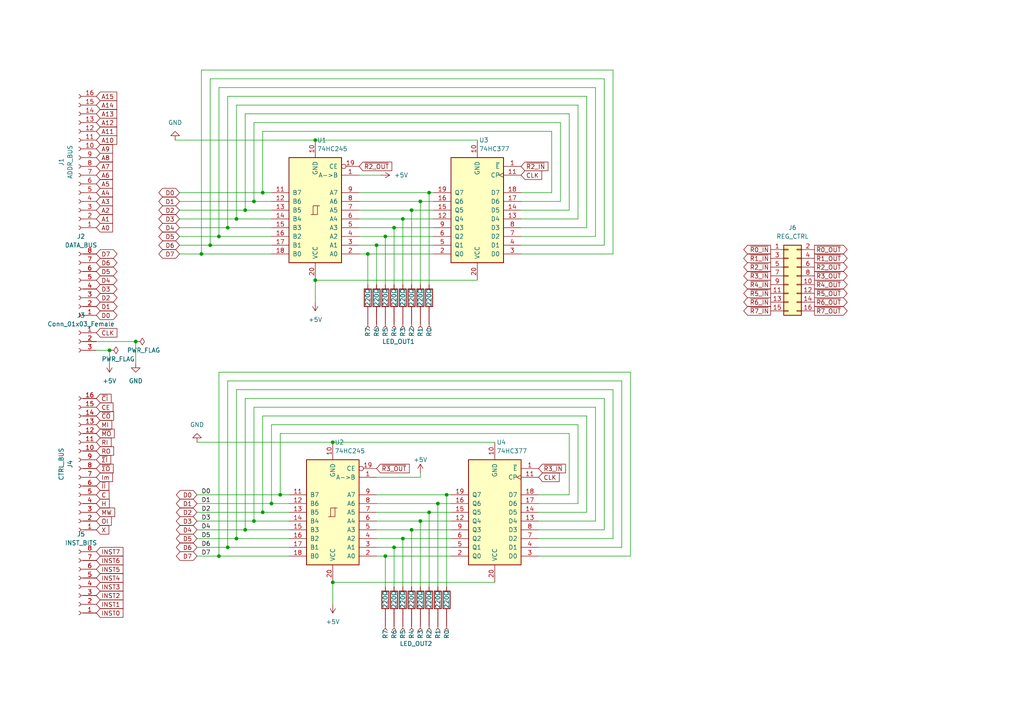
<source format=kicad_sch>
(kicad_sch (version 20211123) (generator eeschema)
  (paper "A4")
  (lib_symbols
    (symbol "74xx:74HC245" (pin_names (offset 1.016))
      (property "Reference" "U" (at -7.62 16.51 0))
      (property "Value" "74HC245" (at -7.62 -16.51 0))
      (symbol "74HC245_1_0"
        (polyline (pts (xy -0.635 -1.27) (xy -0.635 1.27) (xy 0.635 1.27)))
        (polyline (pts (xy -1.27 -1.27) (xy 0.635 -1.27) (xy 0.635 1.27) (xy 1.27 1.27)))
        (pin input line (at -12.7 -10.16 0) (length 5.08) (name "A->B") (number "1"))
        (pin power_in line (at 0 -20.32 90) (length 5.08) (name "GND") (number "10"))
        (pin tri_state line (at 12.7 -5.08 180) (length 5.08) (name "B7") (number "11"))
        (pin tri_state line (at 12.7 -2.54 180) (length 5.08) (name "B6") (number "12"))
        (pin tri_state line (at 12.7 0 180) (length 5.08) (name "B5") (number "13"))
        (pin tri_state line (at 12.7 2.54 180) (length 5.08) (name "B4") (number "14"))
        (pin tri_state line (at 12.7 5.08 180) (length 5.08) (name "B3") (number "15"))
        (pin tri_state line (at 12.7 7.62 180) (length 5.08) (name "B2") (number "16"))
        (pin tri_state line (at 12.7 10.16 180) (length 5.08) (name "B1") (number "17"))
        (pin tri_state line (at 12.7 12.7 180) (length 5.08) (name "B0") (number "18"))
        (pin input inverted (at -12.7 -12.7 0) (length 5.08) (name "CE") (number "19"))
        (pin tri_state line (at -12.7 12.7 0) (length 5.08) (name "A0") (number "2"))
        (pin power_in line (at 0 20.32 270) (length 5.08) (name "VCC") (number "20"))
        (pin tri_state line (at -12.7 10.16 0) (length 5.08) (name "A1") (number "3"))
        (pin tri_state line (at -12.7 7.62 0) (length 5.08) (name "A2") (number "4"))
        (pin tri_state line (at -12.7 5.08 0) (length 5.08) (name "A3") (number "5"))
        (pin tri_state line (at -12.7 2.54 0) (length 5.08) (name "A4") (number "6"))
        (pin tri_state line (at -12.7 0 0) (length 5.08) (name "A5") (number "7"))
        (pin tri_state line (at -12.7 -2.54 0) (length 5.08) (name "A6") (number "8"))
        (pin tri_state line (at -12.7 -5.08 0) (length 5.08) (name "A7") (number "9"))
      )
      (symbol "74HC245_1_1"
        (rectangle (start -7.62 15.24) (end 7.62 -15.24) (stroke (width 0.254)) (fill (type background)))
      )
    )
    (symbol "74xx:74HC377" (pin_names (offset 1.016))
      (property "Reference" "U" (at -7.62 16.51 0))
      (property "Value" "74HC377" (at -7.62 -16.51 0))
      (symbol "74HC377_1_0"
        (pin input line (at -12.7 -12.7 0) (length 5.08) (name "~{E}") (number "1"))
        (pin power_in line (at 0 -20.32 90) (length 5.08) (name "GND") (number "10"))
        (pin input clock (at -12.7 -10.16 0) (length 5.08) (name "CP") (number "11"))
        (pin output line (at 12.7 2.54 180) (length 5.08) (name "Q4") (number "12"))
        (pin input line (at -12.7 2.54 0) (length 5.08) (name "D4") (number "13"))
        (pin input line (at -12.7 0 0) (length 5.08) (name "D5") (number "14"))
        (pin output line (at 12.7 0 180) (length 5.08) (name "Q5") (number "15"))
        (pin output line (at 12.7 -2.54 180) (length 5.08) (name "Q6") (number "16"))
        (pin input line (at -12.7 -2.54 0) (length 5.08) (name "D6") (number "17"))
        (pin input line (at -12.7 -5.08 0) (length 5.08) (name "D7") (number "18"))
        (pin output line (at 12.7 -5.08 180) (length 5.08) (name "Q7") (number "19"))
        (pin output line (at 12.7 12.7 180) (length 5.08) (name "Q0") (number "2"))
        (pin power_in line (at 0 20.32 270) (length 5.08) (name "VCC") (number "20"))
        (pin input line (at -12.7 12.7 0) (length 5.08) (name "D0") (number "3"))
        (pin input line (at -12.7 10.16 0) (length 5.08) (name "D1") (number "4"))
        (pin output line (at 12.7 10.16 180) (length 5.08) (name "Q1") (number "5"))
        (pin output line (at 12.7 7.62 180) (length 5.08) (name "Q2") (number "6"))
        (pin input line (at -12.7 7.62 0) (length 5.08) (name "D2") (number "7"))
        (pin input line (at -12.7 5.08 0) (length 5.08) (name "D3") (number "8"))
        (pin output line (at 12.7 5.08 180) (length 5.08) (name "Q3") (number "9"))
      )
      (symbol "74HC377_1_1"
        (rectangle (start -7.62 15.24) (end 7.62 -15.24) (stroke (width 0.254)) (fill (type background)))
      )
    )
    (symbol "Conn_01x08_Female_1" (pin_numbers hide) (pin_names (offset 1.016))
      (property "Reference" "J3" (at 0 -5.08 90))
      (property "Value" "Conn_01x08_Female" (at -1.27 -16.51 0))
      (symbol "Conn_01x08_Female_1_1_1"
        (arc (start 0 -9.652) (mid -0.508 -10.16) (end 0 -10.668) (stroke (width 0.1524)))
        (arc (start 0 -7.112) (mid -0.508 -7.62) (end 0 -8.128) (stroke (width 0.1524)))
        (arc (start 0 -4.572) (mid -0.508 -5.08) (end 0 -5.588) (stroke (width 0.1524)))
        (arc (start 0 -2.032) (mid -0.508 -2.54) (end 0 -3.048) (stroke (width 0.1524)))
        (polyline (pts (xy -1.27 -10.16) (xy -0.508 -10.16)) (stroke (width 0.1524)))
        (polyline (pts (xy -1.27 -7.62) (xy -0.508 -7.62)) (stroke (width 0.1524)))
        (polyline (pts (xy -1.27 -5.08) (xy -0.508 -5.08)) (stroke (width 0.1524)))
        (polyline (pts (xy -1.27 -2.54) (xy -0.508 -2.54)) (stroke (width 0.1524)))
        (polyline (pts (xy -1.27 0) (xy -0.508 0)) (stroke (width 0.1524)))
        (polyline (pts (xy -1.27 2.54) (xy -0.508 2.54)) (stroke (width 0.1524)))
        (polyline (pts (xy -1.27 5.08) (xy -0.508 5.08)) (stroke (width 0.1524)))
        (polyline (pts (xy -1.27 7.62) (xy -0.508 7.62)) (stroke (width 0.1524)))
        (arc (start 0 0.508) (mid -0.508 0) (end 0 -0.508) (stroke (width 0.1524)))
        (arc (start 0 3.048) (mid -0.508 2.54) (end 0 2.032) (stroke (width 0.1524)))
        (arc (start 0 5.588) (mid -0.508 5.08) (end 0 4.572) (stroke (width 0.1524)))
        (arc (start 0 8.128) (mid -0.508 7.62) (end 0 7.112) (stroke (width 0.1524)))
        (pin passive line (at -5.08 7.62 0) (length 3.81) (name "R0") (number "1"))
        (pin passive line (at -5.08 5.08 0) (length 3.81) (name "R1") (number "2"))
        (pin passive line (at -5.08 2.54 0) (length 3.81) (name "R2") (number "3"))
        (pin passive line (at -5.08 0 0) (length 3.81) (name "R3") (number "4"))
        (pin passive line (at -5.08 -2.54 0) (length 3.81) (name "R4") (number "5"))
        (pin passive line (at -5.08 -5.08 0) (length 3.81) (name "R5") (number "6"))
        (pin passive line (at -5.08 -7.62 0) (length 3.81) (name "R6") (number "7"))
        (pin passive line (at -5.08 -10.16 0) (length 3.81) (name "R7") (number "8"))
      )
    )
    (symbol "Connector:Conn_01x03_Female" (pin_names (offset 1.016) hide)
      (property "Reference" "J" (at 0 5.08 0))
      (property "Value" "Conn_01x03_Female" (at 0 -5.08 0))
      (symbol "Conn_01x03_Female_1_1"
        (arc (start 0 -2.032) (mid -0.508 -2.54) (end 0 -3.048) (stroke (width 0.1524)))
        (polyline (pts (xy -1.27 -2.54) (xy -0.508 -2.54)) (stroke (width 0.1524)))
        (polyline (pts (xy -1.27 0) (xy -0.508 0)) (stroke (width 0.1524)))
        (polyline (pts (xy -1.27 2.54) (xy -0.508 2.54)) (stroke (width 0.1524)))
        (arc (start 0 0.508) (mid -0.508 0) (end 0 -0.508) (stroke (width 0.1524)))
        (arc (start 0 3.048) (mid -0.508 2.54) (end 0 2.032) (stroke (width 0.1524)))
        (pin passive line (at -5.08 2.54 0) (length 3.81) (name "Pin_1") (number "1"))
        (pin passive line (at -5.08 0 0) (length 3.81) (name "Pin_2") (number "2"))
        (pin passive line (at -5.08 -2.54 0) (length 3.81) (name "Pin_3") (number "3"))
      )
    )
    (symbol "Connector:Conn_01x08_Female" (pin_names (offset 1.016) hide)
      (property "Reference" "J" (at 0 10.16 0))
      (property "Value" "Conn_01x08_Female" (at 0 -12.7 0))
      (symbol "Conn_01x08_Female_1_1"
        (arc (start 0 -9.652) (mid -0.508 -10.16) (end 0 -10.668) (stroke (width 0.1524)))
        (arc (start 0 -7.112) (mid -0.508 -7.62) (end 0 -8.128) (stroke (width 0.1524)))
        (arc (start 0 -4.572) (mid -0.508 -5.08) (end 0 -5.588) (stroke (width 0.1524)))
        (arc (start 0 -2.032) (mid -0.508 -2.54) (end 0 -3.048) (stroke (width 0.1524)))
        (polyline (pts (xy -1.27 -10.16) (xy -0.508 -10.16)) (stroke (width 0.1524)))
        (polyline (pts (xy -1.27 -7.62) (xy -0.508 -7.62)) (stroke (width 0.1524)))
        (polyline (pts (xy -1.27 -5.08) (xy -0.508 -5.08)) (stroke (width 0.1524)))
        (polyline (pts (xy -1.27 -2.54) (xy -0.508 -2.54)) (stroke (width 0.1524)))
        (polyline (pts (xy -1.27 0) (xy -0.508 0)) (stroke (width 0.1524)))
        (polyline (pts (xy -1.27 2.54) (xy -0.508 2.54)) (stroke (width 0.1524)))
        (polyline (pts (xy -1.27 5.08) (xy -0.508 5.08)) (stroke (width 0.1524)))
        (polyline (pts (xy -1.27 7.62) (xy -0.508 7.62)) (stroke (width 0.1524)))
        (arc (start 0 0.508) (mid -0.508 0) (end 0 -0.508) (stroke (width 0.1524)))
        (arc (start 0 3.048) (mid -0.508 2.54) (end 0 2.032) (stroke (width 0.1524)))
        (arc (start 0 5.588) (mid -0.508 5.08) (end 0 4.572) (stroke (width 0.1524)))
        (arc (start 0 8.128) (mid -0.508 7.62) (end 0 7.112) (stroke (width 0.1524)))
        (pin passive line (at -5.08 7.62 0) (length 3.81) (name "Pin_1") (number "1"))
        (pin passive line (at -5.08 5.08 0) (length 3.81) (name "Pin_2") (number "2"))
        (pin passive line (at -5.08 2.54 0) (length 3.81) (name "Pin_3") (number "3"))
        (pin passive line (at -5.08 0 0) (length 3.81) (name "Pin_4") (number "4"))
        (pin passive line (at -5.08 -2.54 0) (length 3.81) (name "Pin_5") (number "5"))
        (pin passive line (at -5.08 -5.08 0) (length 3.81) (name "Pin_6") (number "6"))
        (pin passive line (at -5.08 -7.62 0) (length 3.81) (name "Pin_7") (number "7"))
        (pin passive line (at -5.08 -10.16 0) (length 3.81) (name "Pin_8") (number "8"))
      )
    )
    (symbol "Connector:Conn_01x16_Female" (pin_names (offset 1.016) hide)
      (property "Reference" "J" (at 0 20.32 0))
      (property "Value" "Conn_01x16_Female" (at 0 -22.86 0))
      (symbol "Conn_01x16_Female_1_1"
        (arc (start 0 -19.812) (mid -0.508 -20.32) (end 0 -20.828) (stroke (width 0.1524)))
        (arc (start 0 -17.272) (mid -0.508 -17.78) (end 0 -18.288) (stroke (width 0.1524)))
        (arc (start 0 -14.732) (mid -0.508 -15.24) (end 0 -15.748) (stroke (width 0.1524)))
        (arc (start 0 -12.192) (mid -0.508 -12.7) (end 0 -13.208) (stroke (width 0.1524)))
        (arc (start 0 -9.652) (mid -0.508 -10.16) (end 0 -10.668) (stroke (width 0.1524)))
        (arc (start 0 -7.112) (mid -0.508 -7.62) (end 0 -8.128) (stroke (width 0.1524)))
        (arc (start 0 -4.572) (mid -0.508 -5.08) (end 0 -5.588) (stroke (width 0.1524)))
        (arc (start 0 -2.032) (mid -0.508 -2.54) (end 0 -3.048) (stroke (width 0.1524)))
        (polyline (pts (xy -1.27 -20.32) (xy -0.508 -20.32)) (stroke (width 0.1524)))
        (polyline (pts (xy -1.27 -17.78) (xy -0.508 -17.78)) (stroke (width 0.1524)))
        (polyline (pts (xy -1.27 -15.24) (xy -0.508 -15.24)) (stroke (width 0.1524)))
        (polyline (pts (xy -1.27 -12.7) (xy -0.508 -12.7)) (stroke (width 0.1524)))
        (polyline (pts (xy -1.27 -10.16) (xy -0.508 -10.16)) (stroke (width 0.1524)))
        (polyline (pts (xy -1.27 -7.62) (xy -0.508 -7.62)) (stroke (width 0.1524)))
        (polyline (pts (xy -1.27 -5.08) (xy -0.508 -5.08)) (stroke (width 0.1524)))
        (polyline (pts (xy -1.27 -2.54) (xy -0.508 -2.54)) (stroke (width 0.1524)))
        (polyline (pts (xy -1.27 0) (xy -0.508 0)) (stroke (width 0.1524)))
        (polyline (pts (xy -1.27 2.54) (xy -0.508 2.54)) (stroke (width 0.1524)))
        (polyline (pts (xy -1.27 5.08) (xy -0.508 5.08)) (stroke (width 0.1524)))
        (polyline (pts (xy -1.27 7.62) (xy -0.508 7.62)) (stroke (width 0.1524)))
        (polyline (pts (xy -1.27 10.16) (xy -0.508 10.16)) (stroke (width 0.1524)))
        (polyline (pts (xy -1.27 12.7) (xy -0.508 12.7)) (stroke (width 0.1524)))
        (polyline (pts (xy -1.27 15.24) (xy -0.508 15.24)) (stroke (width 0.1524)))
        (polyline (pts (xy -1.27 17.78) (xy -0.508 17.78)) (stroke (width 0.1524)))
        (arc (start 0 0.508) (mid -0.508 0) (end 0 -0.508) (stroke (width 0.1524)))
        (arc (start 0 3.048) (mid -0.508 2.54) (end 0 2.032) (stroke (width 0.1524)))
        (arc (start 0 5.588) (mid -0.508 5.08) (end 0 4.572) (stroke (width 0.1524)))
        (arc (start 0 8.128) (mid -0.508 7.62) (end 0 7.112) (stroke (width 0.1524)))
        (arc (start 0 10.668) (mid -0.508 10.16) (end 0 9.652) (stroke (width 0.1524)))
        (arc (start 0 13.208) (mid -0.508 12.7) (end 0 12.192) (stroke (width 0.1524)))
        (arc (start 0 15.748) (mid -0.508 15.24) (end 0 14.732) (stroke (width 0.1524)))
        (arc (start 0 18.288) (mid -0.508 17.78) (end 0 17.272) (stroke (width 0.1524)))
        (pin passive line (at -5.08 17.78 0) (length 3.81) (name "Pin_1") (number "1"))
        (pin passive line (at -5.08 -5.08 0) (length 3.81) (name "Pin_10") (number "10"))
        (pin passive line (at -5.08 -7.62 0) (length 3.81) (name "Pin_11") (number "11"))
        (pin passive line (at -5.08 -10.16 0) (length 3.81) (name "Pin_12") (number "12"))
        (pin passive line (at -5.08 -12.7 0) (length 3.81) (name "Pin_13") (number "13"))
        (pin passive line (at -5.08 -15.24 0) (length 3.81) (name "Pin_14") (number "14"))
        (pin passive line (at -5.08 -17.78 0) (length 3.81) (name "Pin_15") (number "15"))
        (pin passive line (at -5.08 -20.32 0) (length 3.81) (name "Pin_16") (number "16"))
        (pin passive line (at -5.08 15.24 0) (length 3.81) (name "Pin_2") (number "2"))
        (pin passive line (at -5.08 12.7 0) (length 3.81) (name "Pin_3") (number "3"))
        (pin passive line (at -5.08 10.16 0) (length 3.81) (name "Pin_4") (number "4"))
        (pin passive line (at -5.08 7.62 0) (length 3.81) (name "Pin_5") (number "5"))
        (pin passive line (at -5.08 5.08 0) (length 3.81) (name "Pin_6") (number "6"))
        (pin passive line (at -5.08 2.54 0) (length 3.81) (name "Pin_7") (number "7"))
        (pin passive line (at -5.08 0 0) (length 3.81) (name "Pin_8") (number "8"))
        (pin passive line (at -5.08 -2.54 0) (length 3.81) (name "Pin_9") (number "9"))
      )
    )
    (symbol "Connector_Generic:Conn_02x08_Odd_Even" (pin_names (offset 1.016) hide)
      (property "Reference" "J" (at 1.27 10.16 0))
      (property "Value" "Conn_02x08_Odd_Even" (at 1.27 -12.7 0))
      (symbol "Conn_02x08_Odd_Even_1_1"
        (rectangle (start -1.27 -10.033) (end 0 -10.287) (stroke (width 0.1524)))
        (rectangle (start -1.27 -7.493) (end 0 -7.747) (stroke (width 0.1524)))
        (rectangle (start -1.27 -4.953) (end 0 -5.207) (stroke (width 0.1524)))
        (rectangle (start -1.27 -2.413) (end 0 -2.667) (stroke (width 0.1524)))
        (rectangle (start -1.27 0.127) (end 0 -0.127) (stroke (width 0.1524)))
        (rectangle (start -1.27 2.667) (end 0 2.413) (stroke (width 0.1524)))
        (rectangle (start -1.27 5.207) (end 0 4.953) (stroke (width 0.1524)))
        (rectangle (start -1.27 7.747) (end 0 7.493) (stroke (width 0.1524)))
        (rectangle (start -1.27 8.89) (end 3.81 -11.43) (stroke (width 0.254)) (fill (type background)))
        (rectangle (start 3.81 -10.033) (end 2.54 -10.287) (stroke (width 0.1524)))
        (rectangle (start 3.81 -7.493) (end 2.54 -7.747) (stroke (width 0.1524)))
        (rectangle (start 3.81 -4.953) (end 2.54 -5.207) (stroke (width 0.1524)))
        (rectangle (start 3.81 -2.413) (end 2.54 -2.667) (stroke (width 0.1524)))
        (rectangle (start 3.81 0.127) (end 2.54 -0.127) (stroke (width 0.1524)))
        (rectangle (start 3.81 2.667) (end 2.54 2.413) (stroke (width 0.1524)))
        (rectangle (start 3.81 5.207) (end 2.54 4.953) (stroke (width 0.1524)))
        (rectangle (start 3.81 7.747) (end 2.54 7.493) (stroke (width 0.1524)))
        (pin passive line (at -5.08 7.62 0) (length 3.81) (name "Pin_1") (number "1"))
        (pin passive line (at 7.62 -2.54 180) (length 3.81) (name "Pin_10") (number "10"))
        (pin passive line (at -5.08 -5.08 0) (length 3.81) (name "Pin_11") (number "11"))
        (pin passive line (at 7.62 -5.08 180) (length 3.81) (name "Pin_12") (number "12"))
        (pin passive line (at -5.08 -7.62 0) (length 3.81) (name "Pin_13") (number "13"))
        (pin passive line (at 7.62 -7.62 180) (length 3.81) (name "Pin_14") (number "14"))
        (pin passive line (at -5.08 -10.16 0) (length 3.81) (name "Pin_15") (number "15"))
        (pin passive line (at 7.62 -10.16 180) (length 3.81) (name "Pin_16") (number "16"))
        (pin passive line (at 7.62 7.62 180) (length 3.81) (name "Pin_2") (number "2"))
        (pin passive line (at -5.08 5.08 0) (length 3.81) (name "Pin_3") (number "3"))
        (pin passive line (at 7.62 5.08 180) (length 3.81) (name "Pin_4") (number "4"))
        (pin passive line (at -5.08 2.54 0) (length 3.81) (name "Pin_5") (number "5"))
        (pin passive line (at 7.62 2.54 180) (length 3.81) (name "Pin_6") (number "6"))
        (pin passive line (at -5.08 0 0) (length 3.81) (name "Pin_7") (number "7"))
        (pin passive line (at 7.62 0 180) (length 3.81) (name "Pin_8") (number "8"))
        (pin passive line (at -5.08 -2.54 0) (length 3.81) (name "Pin_9") (number "9"))
      )
    )
    (symbol "Device:R" (pin_numbers hide) (pin_names (offset 0))
      (property "Reference" "R" (at 2.032 0 90))
      (property "Value" "R" (at 0 0 90))
      (symbol "R_0_1"
        (rectangle (start -1.016 -2.54) (end 1.016 2.54) (stroke (width 0.254)))
      )
      (symbol "R_1_1"
        (pin passive line (at 0 3.81 270) (length 1.27) (name "~") (number "1"))
        (pin passive line (at 0 -3.81 90) (length 1.27) (name "~") (number "2"))
      )
    )
    (symbol "power:+5V" (power) (pin_names (offset 0))
      (property "Value" "+5V" (at 0 3.556 0))
      (symbol "+5V_0_1"
        (polyline (pts (xy -0.762 1.27) (xy 0 2.54)))
        (polyline (pts (xy 0 0) (xy 0 2.54)))
        (polyline (pts (xy 0 2.54) (xy 0.762 1.27)))
      )
      (symbol "+5V_1_1"
        (pin power_in line (at 0 0 90) (length 0) hide (name "+5V") (number "1"))
      )
    )
    (symbol "power:GND" (power) (pin_names (offset 0))
      (property "Value" "GND" (at 0 -3.81 0))
      (symbol "GND_0_1"
        (polyline (pts (xy 0 0) (xy 0 -1.27) (xy 1.27 -1.27) (xy 0 -2.54) (xy -1.27 -1.27) (xy 0 -1.27)))
      )
      (symbol "GND_1_1"
        (pin power_in line (at 0 0 270) (length 0) hide (name "GND") (number "1"))
      )
    )
    (symbol "power:PWR_FLAG" (power) (pin_numbers hide) (pin_names (offset 0) hide)
      (property "Value" "PWR_FLAG" (at 0 3.81 0))
      (symbol "PWR_FLAG_0_0"
        (pin power_out line (at 0 0 90) (length 0) (name "pwr") (number "1"))
      )
      (symbol "PWR_FLAG_0_1"
        (polyline (pts (xy 0 0) (xy 0 1.27) (xy -1.016 1.905) (xy 0 2.54) (xy 1.016 1.905) (xy 0 1.27)))
      )
    )
  )
  (junction (at 129.54 143.51))
  (junction (at 60.96 71.12))
  (junction (at 111.76 68.58))
  (junction (at 73.66 58.42))
  (junction (at 63.5 161.29))
  (junction (at 71.12 153.67))
  (junction (at 63.5 68.58))
  (junction (at 76.2 148.59))
  (junction (at 114.3 66.04))
  (junction (at 66.04 66.04))
  (junction (at 39.37 99.06))
  (junction (at 106.68 73.66))
  (junction (at 116.84 156.21))
  (junction (at 76.2 55.88))
  (junction (at 31.75 101.6))
  (junction (at 111.76 161.29))
  (junction (at 78.74 146.05))
  (junction (at 96.52 168.91))
  (junction (at 109.22 71.12))
  (junction (at 121.92 58.42))
  (junction (at 114.3 158.75))
  (junction (at 58.42 73.66))
  (junction (at 68.58 156.21))
  (junction (at 81.28 143.51))
  (junction (at 91.44 40.64))
  (junction (at 124.46 55.88))
  (junction (at 73.66 151.13))
  (junction (at 68.58 63.5))
  (junction (at 116.84 63.5))
  (junction (at 124.46 148.59))
  (junction (at 96.52 128.27))
  (junction (at 119.38 60.96))
  (junction (at 71.12 60.96))
  (junction (at 91.44 81.28))
  (junction (at 121.92 151.13))
  (junction (at 119.38 153.67))
  (junction (at 66.04 158.75))
  (junction (at 127 146.05))
  (wire (pts (xy 71.12 60.96) (xy 78.74 60.96)))
  (wire (pts (xy 109.22 71.12) (xy 125.73 71.12)))
  (wire (pts (xy 124.46 55.88) (xy 125.73 55.88)))
  (wire (pts (xy 109.22 143.51) (xy 129.54 143.51)))
  (wire (pts (xy 177.8 20.32) (xy 177.8 73.66)))
  (wire (pts (xy 63.5 68.58) (xy 63.5 25.4)))
  (wire (pts (xy 96.52 128.27) (xy 143.51 128.27)))
  (wire (pts (xy 170.18 148.59) (xy 156.21 148.59)))
  (wire (pts (xy 71.12 115.57) (xy 175.26 115.57)))
  (wire (pts (xy 76.2 148.59) (xy 83.82 148.59)))
  (wire (pts (xy 119.38 153.67) (xy 119.38 170.18)))
  (wire (pts (xy 91.44 40.64) (xy 138.43 40.64)))
  (wire (pts (xy 167.64 30.48) (xy 167.64 63.5)))
  (wire (pts (xy 116.84 156.21) (xy 116.84 170.1761)))
  (wire (pts (xy 111.76 68.58) (xy 125.73 68.58)))
  (wire (pts (xy 175.26 71.12) (xy 151.13 71.12)))
  (wire (pts (xy 57.15 158.75) (xy 66.04 158.75)))
  (wire (pts (xy 182.88 107.95) (xy 182.88 161.29)))
  (wire (pts (xy 109.22 156.21) (xy 116.84 156.21)))
  (wire (pts (xy 124.46 55.88) (xy 124.46 82.55)))
  (wire (pts (xy 165.1 125.73) (xy 165.1 143.51)))
  (wire (pts (xy 78.74 146.05) (xy 78.74 123.19)))
  (wire (pts (xy 114.3 66.04) (xy 125.73 66.04)))
  (wire (pts (xy 81.28 143.51) (xy 81.28 125.73)))
  (wire (pts (xy 165.1 60.96) (xy 151.13 60.96)))
  (wire (pts (xy 60.96 22.86) (xy 60.96 71.12)))
  (wire (pts (xy 162.56 58.42) (xy 151.13 58.42)))
  (wire (pts (xy 109.22 153.67) (xy 119.38 153.67)))
  (wire (pts (xy 66.04 27.94) (xy 170.18 27.94)))
  (wire (pts (xy 71.12 153.67) (xy 71.12 115.57)))
  (wire (pts (xy 160.02 55.88) (xy 151.13 55.88)))
  (wire (pts (xy 175.26 22.86) (xy 175.26 71.12)))
  (wire (pts (xy 111.76 90.1661) (xy 111.76 90.17)))
  (wire (pts (xy 57.15 148.59) (xy 76.2 148.59)))
  (wire (pts (xy 27.94 101.6) (xy 31.75 101.6)))
  (wire (pts (xy 104.14 55.88) (xy 124.46 55.88)))
  (wire (pts (xy 76.2 120.65) (xy 76.2 148.59)))
  (wire (pts (xy 68.58 113.03) (xy 177.8 113.03)))
  (wire (pts (xy 96.52 168.91) (xy 143.51 168.91)))
  (wire (pts (xy 170.18 66.04) (xy 151.13 66.04)))
  (wire (pts (xy 127 146.05) (xy 130.81 146.05)))
  (wire (pts (xy 91.44 81.28) (xy 138.43 81.28)))
  (wire (pts (xy 76.2 55.88) (xy 76.2 38.1)))
  (wire (pts (xy 129.54 143.51) (xy 130.81 143.51)))
  (wire (pts (xy 111.76 68.58) (xy 111.76 82.5461)))
  (wire (pts (xy 177.8 156.21) (xy 156.21 156.21)))
  (wire (pts (xy 91.44 81.28) (xy 91.44 87.63)))
  (wire (pts (xy 57.15 153.67) (xy 71.12 153.67)))
  (wire (pts (xy 60.96 71.12) (xy 78.74 71.12)))
  (wire (pts (xy 119.38 60.96) (xy 125.73 60.96)))
  (wire (pts (xy 50.8 40.64) (xy 91.44 40.64)))
  (wire (pts (xy 109.22 161.29) (xy 111.76 161.29)))
  (wire (pts (xy 109.22 151.13) (xy 121.92 151.13)))
  (wire (pts (xy 114.3 158.75) (xy 130.81 158.75)))
  (wire (pts (xy 58.42 73.66) (xy 58.42 20.32)))
  (wire (pts (xy 160.02 38.1) (xy 160.02 55.88)))
  (wire (pts (xy 76.2 120.65) (xy 170.18 120.65)))
  (wire (pts (xy 68.58 63.5) (xy 68.58 30.48)))
  (wire (pts (xy 109.22 71.12) (xy 109.22 82.55)))
  (wire (pts (xy 52.07 55.88) (xy 76.2 55.88)))
  (wire (pts (xy 104.14 71.12) (xy 109.22 71.12)))
  (wire (pts (xy 124.46 148.59) (xy 124.46 170.18)))
  (wire (pts (xy 66.04 66.04) (xy 78.74 66.04)))
  (wire (pts (xy 170.18 27.94) (xy 170.18 66.04)))
  (wire (pts (xy 119.38 60.96) (xy 119.38 82.55)))
  (wire (pts (xy 68.58 156.21) (xy 83.82 156.21)))
  (wire (pts (xy 167.64 63.5) (xy 151.13 63.5)))
  (wire (pts (xy 121.92 138.43) (xy 109.22 138.43)))
  (wire (pts (xy 76.2 38.1) (xy 160.02 38.1)))
  (wire (pts (xy 68.58 63.5) (xy 78.74 63.5)))
  (wire (pts (xy 172.72 118.11) (xy 172.72 151.13)))
  (wire (pts (xy 63.5 107.95) (xy 182.88 107.95)))
  (wire (pts (xy 177.8 73.66) (xy 151.13 73.66)))
  (wire (pts (xy 172.72 25.4) (xy 172.72 68.58)))
  (wire (pts (xy 57.15 128.27) (xy 96.52 128.27)))
  (wire (pts (xy 175.26 115.57) (xy 175.26 153.67)))
  (wire (pts (xy 63.5 161.29) (xy 83.82 161.29)))
  (wire (pts (xy 57.15 146.05) (xy 78.74 146.05)))
  (wire (pts (xy 124.46 148.59) (xy 130.81 148.59)))
  (wire (pts (xy 109.22 148.59) (xy 124.46 148.59)))
  (wire (pts (xy 121.92 137.16) (xy 121.92 138.43)))
  (wire (pts (xy 78.74 146.05) (xy 83.82 146.05)))
  (wire (pts (xy 71.12 153.67) (xy 83.82 153.67)))
  (wire (pts (xy 114.3 66.04) (xy 114.3 82.55)))
  (wire (pts (xy 66.04 110.49) (xy 66.04 158.75)))
  (wire (pts (xy 73.66 151.13) (xy 83.82 151.13)))
  (wire (pts (xy 116.84 63.5) (xy 125.73 63.5)))
  (wire (pts (xy 76.2 55.88) (xy 78.74 55.88)))
  (wire (pts (xy 27.94 99.06) (xy 39.37 99.06)))
  (wire (pts (xy 121.92 151.13) (xy 121.92 170.18)))
  (wire (pts (xy 165.1 33.02) (xy 165.1 60.96)))
  (wire (pts (xy 52.07 68.58) (xy 63.5 68.58)))
  (wire (pts (xy 121.92 58.42) (xy 121.92 82.55)))
  (wire (pts (xy 129.54 143.51) (xy 129.54 170.18)))
  (wire (pts (xy 111.76 161.29) (xy 130.81 161.29)))
  (wire (pts (xy 63.5 68.58) (xy 78.74 68.58)))
  (wire (pts (xy 78.74 123.19) (xy 167.64 123.19)))
  (wire (pts (xy 52.07 63.5) (xy 68.58 63.5)))
  (wire (pts (xy 31.75 101.6) (xy 31.75 105.41)))
  (wire (pts (xy 104.14 66.04) (xy 114.3 66.04)))
  (wire (pts (xy 106.68 73.66) (xy 125.73 73.66)))
  (wire (pts (xy 182.88 161.29) (xy 156.21 161.29)))
  (wire (pts (xy 71.12 33.02) (xy 71.12 60.96)))
  (wire (pts (xy 57.15 151.13) (xy 73.66 151.13)))
  (wire (pts (xy 81.28 143.51) (xy 83.82 143.51)))
  (wire (pts (xy 66.04 158.75) (xy 83.82 158.75)))
  (wire (pts (xy 39.37 99.06) (xy 39.37 105.41)))
  (wire (pts (xy 52.07 71.12) (xy 60.96 71.12)))
  (wire (pts (xy 52.07 60.96) (xy 71.12 60.96)))
  (wire (pts (xy 104.14 60.96) (xy 119.38 60.96)))
  (wire (pts (xy 109.22 158.75) (xy 114.3 158.75)))
  (wire (pts (xy 104.14 50.8) (xy 110.49 50.8)))
  (wire (pts (xy 172.72 68.58) (xy 151.13 68.58)))
  (wire (pts (xy 68.58 30.48) (xy 167.64 30.48)))
  (wire (pts (xy 73.66 35.56) (xy 162.56 35.56)))
  (wire (pts (xy 177.8 113.03) (xy 177.8 156.21)))
  (wire (pts (xy 52.07 58.42) (xy 73.66 58.42)))
  (wire (pts (xy 167.64 123.19) (xy 167.64 146.05)))
  (wire (pts (xy 66.04 66.04) (xy 66.04 27.94)))
  (wire (pts (xy 52.07 66.04) (xy 66.04 66.04)))
  (wire (pts (xy 104.14 63.5) (xy 116.84 63.5)))
  (wire (pts (xy 57.15 156.21) (xy 68.58 156.21)))
  (wire (pts (xy 109.22 146.05) (xy 127 146.05)))
  (wire (pts (xy 71.12 33.02) (xy 165.1 33.02)))
  (wire (pts (xy 106.68 73.66) (xy 106.68 82.55)))
  (wire (pts (xy 57.15 161.29) (xy 63.5 161.29)))
  (wire (pts (xy 52.07 73.66) (xy 58.42 73.66)))
  (wire (pts (xy 127 146.05) (xy 127 170.18)))
  (wire (pts (xy 121.92 151.13) (xy 130.81 151.13)))
  (wire (pts (xy 57.15 143.51) (xy 81.28 143.51)))
  (wire (pts (xy 104.14 68.58) (xy 111.76 68.58)))
  (wire (pts (xy 104.14 73.66) (xy 106.68 73.66)))
  (wire (pts (xy 68.58 156.21) (xy 68.58 113.03)))
  (wire (pts (xy 73.66 118.11) (xy 172.72 118.11)))
  (wire (pts (xy 111.76 161.29) (xy 111.76 170.18)))
  (wire (pts (xy 104.14 58.42) (xy 121.92 58.42)))
  (wire (pts (xy 60.96 22.86) (xy 175.26 22.86)))
  (wire (pts (xy 116.84 63.5) (xy 116.84 82.55)))
  (wire (pts (xy 63.5 161.29) (xy 63.5 107.95)))
  (wire (pts (xy 116.84 156.21) (xy 130.81 156.21)))
  (wire (pts (xy 58.42 20.32) (xy 177.8 20.32)))
  (wire (pts (xy 121.92 58.42) (xy 125.73 58.42)))
  (wire (pts (xy 165.1 143.51) (xy 156.21 143.51)))
  (wire (pts (xy 180.34 158.75) (xy 156.21 158.75)))
  (wire (pts (xy 180.34 110.49) (xy 180.34 158.75)))
  (wire (pts (xy 114.3 158.75) (xy 114.3 170.18)))
  (wire (pts (xy 175.26 153.67) (xy 156.21 153.67)))
  (wire (pts (xy 167.64 146.05) (xy 156.21 146.05)))
  (wire (pts (xy 66.04 110.49) (xy 180.34 110.49)))
  (wire (pts (xy 170.18 120.65) (xy 170.18 148.59)))
  (wire (pts (xy 81.28 125.73) (xy 165.1 125.73)))
  (wire (pts (xy 73.66 151.13) (xy 73.66 118.11)))
  (wire (pts (xy 96.52 168.91) (xy 96.52 175.26)))
  (wire (pts (xy 63.5 25.4) (xy 172.72 25.4)))
  (wire (pts (xy 172.72 151.13) (xy 156.21 151.13)))
  (wire (pts (xy 73.66 58.42) (xy 73.66 35.56)))
  (wire (pts (xy 73.66 58.42) (xy 78.74 58.42)))
  (wire (pts (xy 162.56 35.56) (xy 162.56 58.42)))
  (wire (pts (xy 58.42 73.66) (xy 78.74 73.66)))
  (wire (pts (xy 119.38 153.67) (xy 130.81 153.67)))
  (wire (pts (xy 116.84 177.7961) (xy 116.84 177.8)))
  (label "D4" (at 58.42 153.67 0))
  (label "D0" (at 58.42 143.51 0))
  (label "D7" (at 58.42 161.29 0))
  (label "D1" (at 58.42 146.05 0))
  (label "D2" (at 58.42 148.59 0))
  (label "D6" (at 58.42 158.75 0))
  (label "D3" (at 58.42 151.13 0))
  (label "D5" (at 58.42 156.21 0))
  (global_label "~{ΣI}" (shape input) (at 27.94 133.35 0) (property "Intersheet References" "${INTERSHEET_REFS}" (effects hide)))
  (global_label "~{R6_IN}" (shape output) (at 223.52 87.63 180) (property "Intersheet References" "${INTERSHEET_REFS}" (effects hide)))
  (global_label "~{CI}" (shape input) (at 27.94 115.57 0) (property "Intersheet References" "${INTERSHEET_REFS}" (effects hide)))
  (global_label "~{R2_OUT}" (shape input) (at 104.14 48.26 0) (property "Intersheet References" "${INTERSHEET_REFS}" (effects hide)))
  (global_label "~{R2_IN}" (shape input) (at 151.13 48.26 0) (property "Intersheet References" "${INTERSHEET_REFS}" (effects hide)))
  (global_label "CLK" (shape input) (at 27.94 96.52 0) (property "Intersheet References" "${INTERSHEET_REFS}" (effects hide)))
  (global_label "INST6" (shape input) (at 27.94 162.56 0) (property "Intersheet References" "${INTERSHEET_REFS}" (effects hide)))
  (global_label "D1" (shape tri_state) (at 27.94 88.9 0) (property "Intersheet References" "${INTERSHEET_REFS}" (effects hide)))
  (global_label "~{R2_IN}" (shape output) (at 223.52 77.47 180) (property "Intersheet References" "${INTERSHEET_REFS}" (effects hide)))
  (global_label "D0" (shape tri_state) (at 27.94 91.44 0) (property "Intersheet References" "${INTERSHEET_REFS}" (effects hide)))
  (global_label "A0" (shape input) (at 27.94 66.04 0) (property "Intersheet References" "${INTERSHEET_REFS}" (effects hide)))
  (global_label "A2" (shape input) (at 27.94 60.96 0) (property "Intersheet References" "${INTERSHEET_REFS}" (effects hide)))
  (global_label "H" (shape input) (at 27.94 146.05 0) (property "Intersheet References" "${INTERSHEET_REFS}" (effects hide)))
  (global_label "D7" (shape tri_state) (at 27.94 73.66 0) (property "Intersheet References" "${INTERSHEET_REFS}" (effects hide)))
  (global_label "~{R3_IN}" (shape input) (at 156.21 135.89 0) (property "Intersheet References" "${INTERSHEET_REFS}" (effects hide)))
  (global_label "A4" (shape input) (at 27.94 55.88 0) (property "Intersheet References" "${INTERSHEET_REFS}" (effects hide)))
  (global_label "~{CO}" (shape input) (at 27.94 120.65 0) (property "Intersheet References" "${INTERSHEET_REFS}" (effects hide)))
  (global_label "~{R3_IN}" (shape output) (at 223.52 80.01 180) (property "Intersheet References" "${INTERSHEET_REFS}" (effects hide)))
  (global_label "~{R3_OUT}" (shape output) (at 236.22 80.01 0) (property "Intersheet References" "${INTERSHEET_REFS}" (effects hide)))
  (global_label "D1" (shape tri_state) (at 57.15 146.05 180) (property "Intersheet References" "${INTERSHEET_REFS}" (effects hide)))
  (global_label "D4" (shape tri_state) (at 52.07 66.04 180) (property "Intersheet References" "${INTERSHEET_REFS}" (effects hide)))
  (global_label "D2" (shape tri_state) (at 57.15 148.59 180) (property "Intersheet References" "${INTERSHEET_REFS}" (effects hide)))
  (global_label "~{R5_OUT}" (shape output) (at 236.22 85.09 0) (property "Intersheet References" "${INTERSHEET_REFS}" (effects hide)))
  (global_label "RO" (shape input) (at 27.94 130.81 0) (property "Intersheet References" "${INTERSHEET_REFS}" (effects hide)))
  (global_label "A15" (shape input) (at 27.94 27.94 0) (property "Intersheet References" "${INTERSHEET_REFS}" (effects hide)))
  (global_label "INST4" (shape input) (at 27.94 167.64 0) (property "Intersheet References" "${INTERSHEET_REFS}" (effects hide)))
  (global_label "INST1" (shape input) (at 27.94 175.26 0) (property "Intersheet References" "${INTERSHEET_REFS}" (effects hide)))
  (global_label "~{R0_IN}" (shape output) (at 223.52 72.39 180) (property "Intersheet References" "${INTERSHEET_REFS}" (effects hide)))
  (global_label "CE" (shape input) (at 27.94 118.11 0) (property "Intersheet References" "${INTERSHEET_REFS}" (effects hide)))
  (global_label "D5" (shape tri_state) (at 27.94 78.74 0) (property "Intersheet References" "${INTERSHEET_REFS}" (effects hide)))
  (global_label "INST3" (shape input) (at 27.94 170.18 0) (property "Intersheet References" "${INTERSHEET_REFS}" (effects hide)))
  (global_label "A6" (shape input) (at 27.94 50.8 0) (property "Intersheet References" "${INTERSHEET_REFS}" (effects hide)))
  (global_label "D3" (shape tri_state) (at 52.07 63.5 180) (property "Intersheet References" "${INTERSHEET_REFS}" (effects hide)))
  (global_label "~{MO}" (shape input) (at 27.94 125.73 0) (property "Intersheet References" "${INTERSHEET_REFS}" (effects hide)))
  (global_label "A9" (shape input) (at 27.94 43.18 0) (property "Intersheet References" "${INTERSHEET_REFS}" (effects hide)))
  (global_label "D6" (shape tri_state) (at 52.07 71.12 180) (property "Intersheet References" "${INTERSHEET_REFS}" (effects hide)))
  (global_label "D4" (shape tri_state) (at 27.94 81.28 0) (property "Intersheet References" "${INTERSHEET_REFS}" (effects hide)))
  (global_label "~{R4_OUT}" (shape output) (at 236.22 82.55 0) (property "Intersheet References" "${INTERSHEET_REFS}" (effects hide)))
  (global_label "D5" (shape tri_state) (at 52.07 68.58 180) (property "Intersheet References" "${INTERSHEET_REFS}" (effects hide)))
  (global_label "D5" (shape tri_state) (at 57.15 156.21 180) (property "Intersheet References" "${INTERSHEET_REFS}" (effects hide)))
  (global_label "D7" (shape tri_state) (at 57.15 161.29 180) (property "Intersheet References" "${INTERSHEET_REFS}" (effects hide)))
  (global_label "~{R5_IN}" (shape output) (at 223.52 85.09 180) (property "Intersheet References" "${INTERSHEET_REFS}" (effects hide)))
  (global_label "D4" (shape tri_state) (at 57.15 153.67 180) (property "Intersheet References" "${INTERSHEET_REFS}" (effects hide)))
  (global_label "INST0" (shape input) (at 27.94 177.8 0) (property "Intersheet References" "${INTERSHEET_REFS}" (effects hide)))
  (global_label "~{R3_OUT}" (shape input) (at 109.22 135.89 0) (property "Intersheet References" "${INTERSHEET_REFS}" (effects hide)))
  (global_label "~{R4_IN}" (shape output) (at 223.52 82.55 180) (property "Intersheet References" "${INTERSHEET_REFS}" (effects hide)))
  (global_label "~{ΣO}" (shape input) (at 27.94 135.89 0) (property "Intersheet References" "${INTERSHEET_REFS}" (effects hide)))
  (global_label "RI" (shape input) (at 27.94 128.27 0) (property "Intersheet References" "${INTERSHEET_REFS}" (effects hide)))
  (global_label "X" (shape input) (at 27.94 153.67 0) (property "Intersheet References" "${INTERSHEET_REFS}" (effects hide)))
  (global_label "D3" (shape tri_state) (at 27.94 83.82 0) (property "Intersheet References" "${INTERSHEET_REFS}" (effects hide)))
  (global_label "OI" (shape input) (at 27.94 151.13 0) (property "Intersheet References" "${INTERSHEET_REFS}" (effects hide)))
  (global_label "D6" (shape tri_state) (at 57.15 158.75 180) (property "Intersheet References" "${INTERSHEET_REFS}" (effects hide)))
  (global_label "~{II}" (shape input) (at 27.94 140.97 0) (property "Intersheet References" "${INTERSHEET_REFS}" (effects hide)))
  (global_label "~{R1_OUT}" (shape output) (at 236.22 74.93 0) (property "Intersheet References" "${INTERSHEET_REFS}" (effects hide)))
  (global_label "A5" (shape input) (at 27.94 53.34 0) (property "Intersheet References" "${INTERSHEET_REFS}" (effects hide)))
  (global_label "INST5" (shape input) (at 27.94 165.1 0) (property "Intersheet References" "${INTERSHEET_REFS}" (effects hide)))
  (global_label "D6" (shape tri_state) (at 27.94 76.2 0) (property "Intersheet References" "${INTERSHEET_REFS}" (effects hide)))
  (global_label "MW" (shape input) (at 27.94 148.59 0) (property "Intersheet References" "${INTERSHEET_REFS}" (effects hide)))
  (global_label "~{R7_IN}" (shape output) (at 223.52 90.17 180) (property "Intersheet References" "${INTERSHEET_REFS}" (effects hide)))
  (global_label "~{R1_IN}" (shape output) (at 223.52 74.93 180) (property "Intersheet References" "${INTERSHEET_REFS}" (effects hide)))
  (global_label "INST7" (shape input) (at 27.94 160.02 0) (property "Intersheet References" "${INTERSHEET_REFS}" (effects hide)))
  (global_label "A12" (shape input) (at 27.94 35.56 0) (property "Intersheet References" "${INTERSHEET_REFS}" (effects hide)))
  (global_label "A3" (shape input) (at 27.94 58.42 0) (property "Intersheet References" "${INTERSHEET_REFS}" (effects hide)))
  (global_label "A14" (shape input) (at 27.94 30.48 0) (property "Intersheet References" "${INTERSHEET_REFS}" (effects hide)))
  (global_label "MI" (shape input) (at 27.94 123.19 0) (property "Intersheet References" "${INTERSHEET_REFS}" (effects hide)))
  (global_label "D3" (shape tri_state) (at 57.15 151.13 180) (property "Intersheet References" "${INTERSHEET_REFS}" (effects hide)))
  (global_label "A7" (shape input) (at 27.94 48.26 0) (property "Intersheet References" "${INTERSHEET_REFS}" (effects hide)))
  (global_label "Im" (shape input) (at 27.94 138.43 0) (property "Intersheet References" "${INTERSHEET_REFS}" (effects hide)))
  (global_label "D1" (shape tri_state) (at 52.07 58.42 180) (property "Intersheet References" "${INTERSHEET_REFS}" (effects hide)))
  (global_label "D7" (shape tri_state) (at 52.07 73.66 180) (property "Intersheet References" "${INTERSHEET_REFS}" (effects hide)))
  (global_label "A8" (shape input) (at 27.94 45.72 0) (property "Intersheet References" "${INTERSHEET_REFS}" (effects hide)))
  (global_label "A11" (shape input) (at 27.94 38.1 0) (property "Intersheet References" "${INTERSHEET_REFS}" (effects hide)))
  (global_label "D0" (shape tri_state) (at 52.07 55.88 180) (property "Intersheet References" "${INTERSHEET_REFS}" (effects hide)))
  (global_label "C" (shape input) (at 27.94 143.51 0) (property "Intersheet References" "${INTERSHEET_REFS}" (effects hide)))
  (global_label "~{R6_OUT}" (shape output) (at 236.22 87.63 0) (property "Intersheet References" "${INTERSHEET_REFS}" (effects hide)))
  (global_label "~{R2_OUT}" (shape output) (at 236.22 77.47 0) (property "Intersheet References" "${INTERSHEET_REFS}" (effects hide)))
  (global_label "INST2" (shape input) (at 27.94 172.72 0) (property "Intersheet References" "${INTERSHEET_REFS}" (effects hide)))
  (global_label "CLK" (shape input) (at 151.13 50.8 0) (property "Intersheet References" "${INTERSHEET_REFS}" (effects hide)))
  (global_label "D0" (shape tri_state) (at 57.15 143.51 180) (property "Intersheet References" "${INTERSHEET_REFS}" (effects hide)))
  (global_label "A1" (shape input) (at 27.94 63.5 0) (property "Intersheet References" "${INTERSHEET_REFS}" (effects hide)))
  (global_label "D2" (shape tri_state) (at 52.07 60.96 180) (property "Intersheet References" "${INTERSHEET_REFS}" (effects hide)))
  (global_label "A10" (shape input) (at 27.94 40.64 0) (property "Intersheet References" "${INTERSHEET_REFS}" (effects hide)))
  (global_label "D2" (shape tri_state) (at 27.94 86.36 0) (property "Intersheet References" "${INTERSHEET_REFS}" (effects hide)))
  (global_label "~{R0_OUT}" (shape output) (at 236.22 72.39 0) (property "Intersheet References" "${INTERSHEET_REFS}" (effects hide)))
  (global_label "~{R7_OUT}" (shape output) (at 236.22 90.17 0) (property "Intersheet References" "${INTERSHEET_REFS}" (effects hide)))
  (global_label "CLK" (shape input) (at 156.21 138.43 0) (property "Intersheet References" "${INTERSHEET_REFS}" (effects hide)))
  (global_label "A13" (shape input) (at 27.94 33.02 0) (property "Intersheet References" "${INTERSHEET_REFS}" (effects hide)))
  (symbol (lib_id "power:+5V") (at 96.52 175.26 180) (unit 1)
    (property "Reference" "#PWR0113" (effects hide))
    (property "Value" "+5V" (at 96.52 180.34 0))
  )
  (symbol (lib_id "power:GND") (at 39.37 105.41 0) (unit 1)
    (property "Reference" "#PWR0102" (effects hide))
    (property "Value" "GND" (at 39.37 110.49 0))
  )
  (symbol (lib_id "Device:R") (at 124.46 86.36 0) (unit 1)
    (property "Reference" "R13" (effects hide))
    (property "Value" "220Ω" (at 124.46 88.9 90) (effects (justify left)))
    (property "Footprint" "Resistor_SMD:R_1206_3216Metric_Pad1.30x1.75mm_HandSolder" (effects hide))
  )
  (symbol (lib_id "power:+5V") (at 91.44 87.63 180) (unit 1)
    (property "Reference" "#PWR0111" (effects hide))
    (property "Value" "+5V" (at 91.44 92.71 0))
  )
  (symbol (lib_id "Device:R") (at 116.84 86.36 0) (unit 1)
    (property "Reference" "R7" (effects hide))
    (property "Value" "220Ω" (at 116.84 88.9 90) (effects (justify left)))
    (property "Footprint" "Resistor_SMD:R_1206_3216Metric_Pad1.30x1.75mm_HandSolder" (effects hide))
  )
  (symbol (lib_id "power:+5V") (at 110.49 50.8 270) (unit 1)
    (property "Reference" "#PWR0105" (effects hide))
    (property "Value" "+5V" (at 114.3 50.7999 90) (effects (justify left)))
  )
  (symbol (lib_name "Conn_01x08_Female_1") (lib_id "Connector:Conn_01x08_Female") (at 121.92 182.88 270) (unit 1)
    (property "Reference" "LED_OUT2" (at 120.65 186.69 90))
    (property "Value" "LEDs" (effects hide))
    (property "Footprint" "Connector_PinHeader_2.54mm:PinHeader_1x08_P2.54mm_Horizontal" (effects hide))
  )
  (symbol (lib_id "Device:R") (at 119.38 86.36 0) (unit 1)
    (property "Reference" "R9" (effects hide))
    (property "Value" "220Ω" (at 119.38 88.9 90) (effects (justify left)))
    (property "Footprint" "Resistor_SMD:R_1206_3216Metric_Pad1.30x1.75mm_HandSolder" (effects hide))
  )
  (symbol (lib_id "Connector:Conn_01x03_Female") (at 22.86 99.06 0) (mirror y) (unit 1)
    (property "Reference" "J3" (at 23.495 91.44 0))
    (property "Value" "Conn_01x03_Female" (at 23.495 93.98 0))
    (property "Footprint" "Connector_PinSocket_2.54mm:PinSocket_1x04_P2.54mm_Vertical" (effects hide))
  )
  (symbol (lib_id "Connector_Generic:Conn_02x08_Odd_Even") (at 228.6 80.01 0) (unit 1)
    (property "Reference" "J6" (at 229.87 66.04 0))
    (property "Value" "REG_CTRL" (at 229.87 68.58 0))
    (property "Footprint" "Connector_PinSocket_2.54mm:PinSocket_2x08_P2.54mm_Vertical" (effects hide))
  )
  (symbol (lib_id "power:GND") (at 57.15 128.27 180) (unit 1)
    (property "Reference" "#PWR0101" (effects hide))
    (property "Value" "GND" (at 57.15 123.19 0))
  )
  (symbol (lib_id "power:+5V") (at 31.75 105.41 180) (unit 1)
    (property "Reference" "#PWR0103" (effects hide))
    (property "Value" "+5V" (at 31.75 110.49 0))
  )
  (symbol (lib_id "power:PWR_FLAG") (at 39.37 99.06 270) (unit 1)
    (property "Reference" "#FLG0101" (effects hide))
    (property "Value" "PWR_FLAG" (at 36.83 101.6 90) (effects (justify left)))
  )
  (symbol (lib_id "Connector:Conn_01x16_Female") (at 22.86 135.89 180) (unit 1)
    (property "Reference" "J4" (at 20.32 134.62 90))
    (property "Value" "CTRL_BUS" (at 17.78 134.62 90))
    (property "Footprint" "Connector_PinSocket_2.54mm:PinSocket_1x16_P2.54mm_Vertical" (effects hide))
  )
  (symbol (lib_id "74xx:74HC245") (at 96.52 148.59 180) (unit 1)
    (property "Reference" "U2" (at 97.0406 128.27 0) (effects (justify right)))
    (property "Value" "74HC245" (at 97.0406 130.81 0) (effects (justify right)))
    (property "Footprint" "Package_DIP:DIP-20_W7.62mm_Socket" (effects hide))
    (property "Datasheet" "http://www.ti.com/lit/gpn/sn74HC245" (effects hide))
  )
  (symbol (lib_name "Conn_01x08_Female_1") (lib_id "Connector:Conn_01x08_Female") (at 116.84 95.25 270) (unit 1)
    (property "Reference" "LED_OUT1" (at 115.57 99.06 90))
    (property "Value" "LEDs" (effects hide))
    (property "Footprint" "Connector_PinHeader_2.54mm:PinHeader_1x08_P2.54mm_Horizontal" (effects hide))
  )
  (symbol (lib_id "74xx:74HC377") (at 143.51 148.59 180) (unit 1)
    (property "Reference" "U4" (at 144.0306 128.27 0) (effects (justify right)))
    (property "Value" "74HC377" (at 144.0306 130.81 0) (effects (justify right)))
    (property "Footprint" "Package_DIP:DIP-20_W7.62mm_Socket" (effects hide))
    (property "Datasheet" "http://www.ti.com/lit/gpn/sn74LS377" (effects hide))
  )
  (symbol (lib_id "Device:R") (at 124.46 173.99 0) (unit 1)
    (property "Reference" "R14" (effects hide))
    (property "Value" "220Ω" (at 124.46 176.53 90) (effects (justify left)))
    (property "Footprint" "Resistor_SMD:R_1206_3216Metric_Pad1.30x1.75mm_HandSolder" (effects hide))
  )
  (symbol (lib_id "power:+5V") (at 121.92 137.16 0) (unit 1)
    (property "Reference" "#PWR0112" (effects hide))
    (property "Value" "+5V" (at 121.92 133.35 0))
  )
  (symbol (lib_id "Device:R") (at 129.54 173.99 0) (unit 1)
    (property "Reference" "R16" (effects hide))
    (property "Value" "220Ω" (at 129.54 176.53 90) (effects (justify left)))
    (property "Footprint" "Resistor_SMD:R_1206_3216Metric_Pad1.30x1.75mm_HandSolder" (effects hide))
  )
  (symbol (lib_id "Device:R") (at 111.76 86.3561 0) (unit 1)
    (property "Reference" "R3" (effects hide))
    (property "Value" "220Ω" (at 111.76 88.9 90) (effects (justify left)))
    (property "Footprint" "Resistor_SMD:R_1206_3216Metric_Pad1.30x1.75mm_HandSolder" (effects hide))
  )
  (symbol (lib_id "power:PWR_FLAG") (at 31.75 101.6 270) (unit 1)
    (property "Reference" "#FLG0102" (effects hide))
    (property "Value" "PWR_FLAG" (at 34.29 104.14 90))
  )
  (symbol (lib_id "Connector:Conn_01x08_Female") (at 22.86 170.18 180) (unit 1)
    (property "Reference" "J5" (at 23.495 154.94 0))
    (property "Value" "INST_BITS" (at 23.495 157.48 0))
    (property "Footprint" "Connector_PinSocket_2.54mm:PinSocket_1x08_P2.54mm_Vertical" (effects hide))
  )
  (symbol (lib_id "Device:R") (at 116.84 173.9861 0) (unit 1)
    (property "Reference" "R8" (effects hide))
    (property "Value" "220Ω" (at 116.84 176.53 90) (effects (justify left)))
    (property "Footprint" "Resistor_SMD:R_1206_3216Metric_Pad1.30x1.75mm_HandSolder" (effects hide))
  )
  (symbol (lib_id "Device:R") (at 111.76 173.99 0) (unit 1)
    (property "Reference" "R4" (effects hide))
    (property "Value" "220Ω" (at 111.76 176.53 90) (effects (justify left)))
    (property "Footprint" "Resistor_SMD:R_1206_3216Metric_Pad1.30x1.75mm_HandSolder" (effects hide))
  )
  (symbol (lib_id "Connector:Conn_01x08_Female") (at 22.86 83.82 180) (unit 1)
    (property "Reference" "J2" (at 23.495 68.58 0))
    (property "Value" "DATA_BUS" (at 23.495 71.12 0))
    (property "Footprint" "Connector_PinSocket_2.54mm:PinSocket_1x08_P2.54mm_Vertical" (effects hide))
  )
  (symbol (lib_id "74xx:74HC377") (at 138.43 60.96 180) (unit 1)
    (property "Reference" "U3" (at 138.9506 40.64 0) (effects (justify right)))
    (property "Value" "74HC377" (at 138.9506 43.18 0) (effects (justify right)))
    (property "Footprint" "Package_DIP:DIP-20_W7.62mm_Socket" (effects hide))
    (property "Datasheet" "http://www.ti.com/lit/gpn/sn74LS377" (effects hide))
  )
  (symbol (lib_id "Connector:Conn_01x16_Female") (at 22.86 48.26 180) (unit 1)
    (property "Reference" "J1" (at 17.78 46.99 90))
    (property "Value" "ADDR_BUS" (at 20.32 46.99 90))
    (property "Footprint" "Connector_PinSocket_2.54mm:PinSocket_1x16_P2.54mm_Vertical" (effects hide))
  )
  (symbol (lib_id "power:GND") (at 50.8 40.64 180) (unit 1)
    (property "Reference" "#PWR0104" (effects hide))
    (property "Value" "GND" (at 50.8 35.56 0))
  )
  (symbol (lib_id "Device:R") (at 119.38 173.99 0) (unit 1)
    (property "Reference" "R10" (effects hide))
    (property "Value" "220Ω" (at 119.38 176.53 90) (effects (justify left)))
    (property "Footprint" "Resistor_SMD:R_1206_3216Metric_Pad1.30x1.75mm_HandSolder" (effects hide))
  )
  (symbol (lib_id "Device:R") (at 127 173.99 0) (unit 1)
    (property "Reference" "R15" (effects hide))
    (property "Value" "220Ω" (at 127 176.53 90) (effects (justify left)))
    (property "Footprint" "Resistor_SMD:R_1206_3216Metric_Pad1.30x1.75mm_HandSolder" (effects hide))
  )
  (symbol (lib_id "Device:R") (at 106.68 86.36 0) (unit 1)
    (property "Reference" "R1" (effects hide))
    (property "Value" "220Ω" (at 106.68 88.9 90) (effects (justify left)))
    (property "Footprint" "Resistor_THT:R_Axial_DIN0207_L6.3mm_D2.5mm_P15.24mm_Horizontal" (effects hide))
  )
  (symbol (lib_id "Device:R") (at 121.92 86.36 0) (unit 1)
    (property "Reference" "R11" (effects hide))
    (property "Value" "220Ω" (at 121.92 88.9 90) (effects (justify left)))
    (property "Footprint" "Resistor_SMD:R_1206_3216Metric_Pad1.30x1.75mm_HandSolder" (effects hide))
  )
  (symbol (lib_id "Device:R") (at 121.92 173.99 0) (unit 1)
    (property "Reference" "R12" (effects hide))
    (property "Value" "220Ω" (at 121.92 176.53 90) (effects (justify left)))
    (property "Footprint" "Resistor_SMD:R_1206_3216Metric_Pad1.30x1.75mm_HandSolder" (effects hide))
  )
  (symbol (lib_id "Device:R") (at 114.3 173.99 0) (unit 1)
    (property "Reference" "R6" (effects hide))
    (property "Value" "220Ω" (at 114.3 176.53 90) (effects (justify left)))
    (property "Footprint" "Resistor_SMD:R_1206_3216Metric_Pad1.30x1.75mm_HandSolder" (effects hide))
  )
  (symbol (lib_id "Device:R") (at 114.3 86.36 0) (unit 1)
    (property "Reference" "R5" (effects hide))
    (property "Value" "220Ω" (at 114.3 88.9 90) (effects (justify left)))
    (property "Footprint" "Resistor_SMD:R_1206_3216Metric_Pad1.30x1.75mm_HandSolder" (effects hide))
  )
  (symbol (lib_id "74xx:74HC245") (at 91.44 60.96 180) (unit 1)
    (property "Reference" "U1" (at 91.9606 40.64 0) (effects (justify right)))
    (property "Value" "74HC245" (at 91.9606 43.18 0) (effects (justify right)))
    (property "Footprint" "Package_DIP:DIP-20_W7.62mm_Socket" (effects hide))
    (property "Datasheet" "http://www.ti.com/lit/gpn/sn74HC245" (effects hide))
  )
  (symbol (lib_id "Device:R") (at 109.22 86.36 0) (unit 1)
    (property "Reference" "R2" (effects hide))
    (property "Value" "220Ω" (at 109.22 88.9 90) (effects (justify left)))
    (property "Footprint" "Resistor_SMD:R_1206_3216Metric_Pad1.30x1.75mm_HandSolder" (effects hide))
  )
)
</source>
